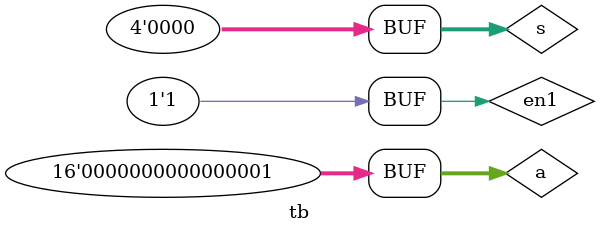
<source format=v>
`timescale 1ns/1ns
module tb ();
    reg [15:0] a;
    reg [3:0] s;
    reg en1;
    wire w;

    _16_to_1_MUX my_mux(.A(a), .S(s), .en(en1), .W(w));
    initial begin
        en1 = 1'b1;
        s = 4'b0;
        a = 16'b0000000000000001;
        #200;
    end
endmodule
</source>
